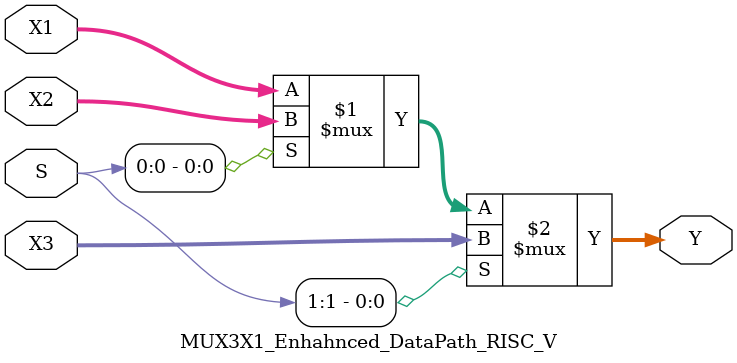
<source format=v>
module MUX3X1_Enhahnced_DataPath_RISC_V  (
    X1,X2,X3,S,Y
);

input  wire [31:0]   X1,X2,X3;
input   [1:0] S ;
output [31:0]   Y  ;

assign Y = S[1] ? X3 : (S[0]? X2 : X1) ;



endmodule
    

</source>
